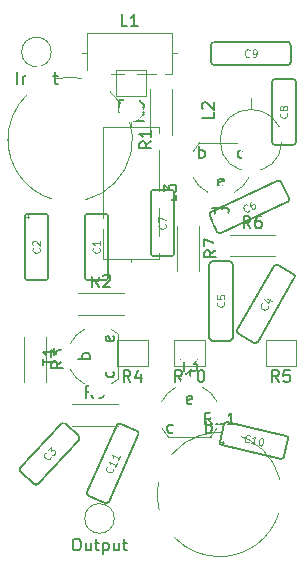
<source format=gto>
%TF.GenerationSoftware,KiCad,Pcbnew,7.0.1-0*%
%TF.CreationDate,2023-07-16T16:48:42+03:00*%
%TF.ProjectId,HC2000-Modulator,48433230-3030-42d4-9d6f-64756c61746f,rev?*%
%TF.SameCoordinates,Original*%
%TF.FileFunction,Legend,Top*%
%TF.FilePolarity,Positive*%
%FSLAX46Y46*%
G04 Gerber Fmt 4.6, Leading zero omitted, Abs format (unit mm)*
G04 Created by KiCad (PCBNEW 7.0.1-0) date 2023-07-16 16:48:42*
%MOMM*%
%LPD*%
G01*
G04 APERTURE LIST*
%ADD10C,0.150000*%
%ADD11C,0.050000*%
%ADD12C,0.120000*%
%ADD13C,0.152400*%
%ADD14C,0.076200*%
%ADD15C,2.000000*%
%ADD16O,2.000000X2.000000*%
%ADD17C,1.600000*%
%ADD18O,1.600000X1.600000*%
%ADD19R,1.500000X1.500000*%
%ADD20C,1.500000*%
%ADD21C,1.400000*%
%ADD22O,1.400000X1.400000*%
%ADD23C,1.524000*%
%ADD24C,1.800000*%
%ADD25C,2.400000*%
%ADD26O,2.400000X2.400000*%
%ADD27C,2.340000*%
G04 APERTURE END LIST*
D10*
X275510619Y-172702666D02*
X275510619Y-173178856D01*
X275510619Y-173178856D02*
X274510619Y-173178856D01*
X274510619Y-172464570D02*
X274510619Y-171845523D01*
X274510619Y-171845523D02*
X274891571Y-172178856D01*
X274891571Y-172178856D02*
X274891571Y-172035999D01*
X274891571Y-172035999D02*
X274939190Y-171940761D01*
X274939190Y-171940761D02*
X274986809Y-171893142D01*
X274986809Y-171893142D02*
X275082047Y-171845523D01*
X275082047Y-171845523D02*
X275320142Y-171845523D01*
X275320142Y-171845523D02*
X275415380Y-171893142D01*
X275415380Y-171893142D02*
X275463000Y-171940761D01*
X275463000Y-171940761D02*
X275510619Y-172035999D01*
X275510619Y-172035999D02*
X275510619Y-172321713D01*
X275510619Y-172321713D02*
X275463000Y-172416951D01*
X275463000Y-172416951D02*
X275415380Y-172464570D01*
X271384333Y-158422619D02*
X270908143Y-158422619D01*
X270908143Y-158422619D02*
X270908143Y-157422619D01*
X272241476Y-158422619D02*
X271670048Y-158422619D01*
X271955762Y-158422619D02*
X271955762Y-157422619D01*
X271955762Y-157422619D02*
X271860524Y-157565476D01*
X271860524Y-157565476D02*
X271765286Y-157660714D01*
X271765286Y-157660714D02*
X271670048Y-157708333D01*
X264196619Y-187135904D02*
X264196619Y-186564476D01*
X265196619Y-186850190D02*
X264196619Y-186850190D01*
X265196619Y-185707333D02*
X265196619Y-186278761D01*
X265196619Y-185993047D02*
X264196619Y-185993047D01*
X264196619Y-185993047D02*
X264339476Y-186088285D01*
X264339476Y-186088285D02*
X264434714Y-186183523D01*
X264434714Y-186183523D02*
X264482333Y-186278761D01*
X270188000Y-184669523D02*
X270235619Y-184764761D01*
X270235619Y-184764761D02*
X270235619Y-184955237D01*
X270235619Y-184955237D02*
X270188000Y-185050475D01*
X270188000Y-185050475D02*
X270092761Y-185098094D01*
X270092761Y-185098094D02*
X269711809Y-185098094D01*
X269711809Y-185098094D02*
X269616571Y-185050475D01*
X269616571Y-185050475D02*
X269568952Y-184955237D01*
X269568952Y-184955237D02*
X269568952Y-184764761D01*
X269568952Y-184764761D02*
X269616571Y-184669523D01*
X269616571Y-184669523D02*
X269711809Y-184621904D01*
X269711809Y-184621904D02*
X269807047Y-184621904D01*
X269807047Y-184621904D02*
X269902285Y-185098094D01*
X270188000Y-187669904D02*
X270235619Y-187765142D01*
X270235619Y-187765142D02*
X270235619Y-187955618D01*
X270235619Y-187955618D02*
X270188000Y-188050856D01*
X270188000Y-188050856D02*
X270140380Y-188098475D01*
X270140380Y-188098475D02*
X270045142Y-188146094D01*
X270045142Y-188146094D02*
X269759428Y-188146094D01*
X269759428Y-188146094D02*
X269664190Y-188098475D01*
X269664190Y-188098475D02*
X269616571Y-188050856D01*
X269616571Y-188050856D02*
X269568952Y-187955618D01*
X269568952Y-187955618D02*
X269568952Y-187765142D01*
X269568952Y-187765142D02*
X269616571Y-187669904D01*
X268203619Y-186598285D02*
X267203619Y-186598285D01*
X267584571Y-186598285D02*
X267536952Y-186503047D01*
X267536952Y-186503047D02*
X267536952Y-186312571D01*
X267536952Y-186312571D02*
X267584571Y-186217333D01*
X267584571Y-186217333D02*
X267632190Y-186169714D01*
X267632190Y-186169714D02*
X267727428Y-186122095D01*
X267727428Y-186122095D02*
X268013142Y-186122095D01*
X268013142Y-186122095D02*
X268108380Y-186169714D01*
X268108380Y-186169714D02*
X268156000Y-186217333D01*
X268156000Y-186217333D02*
X268203619Y-186312571D01*
X268203619Y-186312571D02*
X268203619Y-186503047D01*
X268203619Y-186503047D02*
X268156000Y-186598285D01*
X268971333Y-180481619D02*
X268638000Y-180005428D01*
X268399905Y-180481619D02*
X268399905Y-179481619D01*
X268399905Y-179481619D02*
X268780857Y-179481619D01*
X268780857Y-179481619D02*
X268876095Y-179529238D01*
X268876095Y-179529238D02*
X268923714Y-179576857D01*
X268923714Y-179576857D02*
X268971333Y-179672095D01*
X268971333Y-179672095D02*
X268971333Y-179814952D01*
X268971333Y-179814952D02*
X268923714Y-179910190D01*
X268923714Y-179910190D02*
X268876095Y-179957809D01*
X268876095Y-179957809D02*
X268780857Y-180005428D01*
X268780857Y-180005428D02*
X268399905Y-180005428D01*
X269352286Y-179576857D02*
X269399905Y-179529238D01*
X269399905Y-179529238D02*
X269495143Y-179481619D01*
X269495143Y-179481619D02*
X269733238Y-179481619D01*
X269733238Y-179481619D02*
X269828476Y-179529238D01*
X269828476Y-179529238D02*
X269876095Y-179576857D01*
X269876095Y-179576857D02*
X269923714Y-179672095D01*
X269923714Y-179672095D02*
X269923714Y-179767333D01*
X269923714Y-179767333D02*
X269876095Y-179910190D01*
X269876095Y-179910190D02*
X269304667Y-180481619D01*
X269304667Y-180481619D02*
X269923714Y-180481619D01*
X278886619Y-177406666D02*
X278410428Y-177739999D01*
X278886619Y-177978094D02*
X277886619Y-177978094D01*
X277886619Y-177978094D02*
X277886619Y-177597142D01*
X277886619Y-177597142D02*
X277934238Y-177501904D01*
X277934238Y-177501904D02*
X277981857Y-177454285D01*
X277981857Y-177454285D02*
X278077095Y-177406666D01*
X278077095Y-177406666D02*
X278219952Y-177406666D01*
X278219952Y-177406666D02*
X278315190Y-177454285D01*
X278315190Y-177454285D02*
X278362809Y-177501904D01*
X278362809Y-177501904D02*
X278410428Y-177597142D01*
X278410428Y-177597142D02*
X278410428Y-177978094D01*
X277886619Y-177073332D02*
X277886619Y-176406666D01*
X277886619Y-176406666D02*
X278886619Y-176835237D01*
X272760619Y-165849666D02*
X272284428Y-166182999D01*
X272760619Y-166421094D02*
X271760619Y-166421094D01*
X271760619Y-166421094D02*
X271760619Y-166040142D01*
X271760619Y-166040142D02*
X271808238Y-165944904D01*
X271808238Y-165944904D02*
X271855857Y-165897285D01*
X271855857Y-165897285D02*
X271951095Y-165849666D01*
X271951095Y-165849666D02*
X272093952Y-165849666D01*
X272093952Y-165849666D02*
X272189190Y-165897285D01*
X272189190Y-165897285D02*
X272236809Y-165944904D01*
X272236809Y-165944904D02*
X272284428Y-166040142D01*
X272284428Y-166040142D02*
X272284428Y-166421094D01*
X272189190Y-165278237D02*
X272141571Y-165373475D01*
X272141571Y-165373475D02*
X272093952Y-165421094D01*
X272093952Y-165421094D02*
X271998714Y-165468713D01*
X271998714Y-165468713D02*
X271951095Y-165468713D01*
X271951095Y-165468713D02*
X271855857Y-165421094D01*
X271855857Y-165421094D02*
X271808238Y-165373475D01*
X271808238Y-165373475D02*
X271760619Y-165278237D01*
X271760619Y-165278237D02*
X271760619Y-165087761D01*
X271760619Y-165087761D02*
X271808238Y-164992523D01*
X271808238Y-164992523D02*
X271855857Y-164944904D01*
X271855857Y-164944904D02*
X271951095Y-164897285D01*
X271951095Y-164897285D02*
X271998714Y-164897285D01*
X271998714Y-164897285D02*
X272093952Y-164944904D01*
X272093952Y-164944904D02*
X272141571Y-164992523D01*
X272141571Y-164992523D02*
X272189190Y-165087761D01*
X272189190Y-165087761D02*
X272189190Y-165278237D01*
X272189190Y-165278237D02*
X272236809Y-165373475D01*
X272236809Y-165373475D02*
X272284428Y-165421094D01*
X272284428Y-165421094D02*
X272379666Y-165468713D01*
X272379666Y-165468713D02*
X272570142Y-165468713D01*
X272570142Y-165468713D02*
X272665380Y-165421094D01*
X272665380Y-165421094D02*
X272713000Y-165373475D01*
X272713000Y-165373475D02*
X272760619Y-165278237D01*
X272760619Y-165278237D02*
X272760619Y-165087761D01*
X272760619Y-165087761D02*
X272713000Y-164992523D01*
X272713000Y-164992523D02*
X272665380Y-164944904D01*
X272665380Y-164944904D02*
X272570142Y-164897285D01*
X272570142Y-164897285D02*
X272379666Y-164897285D01*
X272379666Y-164897285D02*
X272284428Y-164944904D01*
X272284428Y-164944904D02*
X272236809Y-164992523D01*
X272236809Y-164992523D02*
X272189190Y-165087761D01*
D11*
X281697651Y-173997606D02*
X281683025Y-174037791D01*
X281683025Y-174037791D02*
X281613589Y-174103533D01*
X281613589Y-174103533D02*
X281558779Y-174129091D01*
X281558779Y-174129091D02*
X281463785Y-174140024D01*
X281463785Y-174140024D02*
X281383417Y-174110772D01*
X281383417Y-174110772D02*
X281330453Y-174068741D01*
X281330453Y-174068741D02*
X281251932Y-173971900D01*
X281251932Y-173971900D02*
X281213594Y-173889685D01*
X281213594Y-173889685D02*
X281189883Y-173767286D01*
X281189883Y-173767286D02*
X281191729Y-173699697D01*
X281191729Y-173699697D02*
X281220981Y-173619329D01*
X281220981Y-173619329D02*
X281290417Y-173553586D01*
X281290417Y-173553586D02*
X281345227Y-173528028D01*
X281345227Y-173528028D02*
X281440221Y-173517095D01*
X281440221Y-173517095D02*
X281480405Y-173531721D01*
X281948137Y-173246886D02*
X281838517Y-173298003D01*
X281838517Y-173298003D02*
X281796486Y-173350966D01*
X281796486Y-173350966D02*
X281781861Y-173391150D01*
X281781861Y-173391150D02*
X281765388Y-173498924D01*
X281765388Y-173498924D02*
X281789100Y-173621323D01*
X281789100Y-173621323D02*
X281891333Y-173840563D01*
X281891333Y-173840563D02*
X281944296Y-173882594D01*
X281944296Y-173882594D02*
X281984481Y-173897220D01*
X281984481Y-173897220D02*
X282052070Y-173899066D01*
X282052070Y-173899066D02*
X282161690Y-173847950D01*
X282161690Y-173847950D02*
X282203721Y-173794986D01*
X282203721Y-173794986D02*
X282218347Y-173754802D01*
X282218347Y-173754802D02*
X282220193Y-173687213D01*
X282220193Y-173687213D02*
X282156297Y-173550188D01*
X282156297Y-173550188D02*
X282103334Y-173508157D01*
X282103334Y-173508157D02*
X282063150Y-173493531D01*
X282063150Y-173493531D02*
X281995561Y-173491684D01*
X281995561Y-173491684D02*
X281885941Y-173542801D01*
X281885941Y-173542801D02*
X281843910Y-173595764D01*
X281843910Y-173595764D02*
X281829284Y-173635949D01*
X281829284Y-173635949D02*
X281827437Y-173703538D01*
X279531286Y-181790833D02*
X279561525Y-181821071D01*
X279561525Y-181821071D02*
X279591763Y-181911785D01*
X279591763Y-181911785D02*
X279591763Y-181972261D01*
X279591763Y-181972261D02*
X279561525Y-182062976D01*
X279561525Y-182062976D02*
X279501048Y-182123452D01*
X279501048Y-182123452D02*
X279440572Y-182153690D01*
X279440572Y-182153690D02*
X279319620Y-182183928D01*
X279319620Y-182183928D02*
X279228905Y-182183928D01*
X279228905Y-182183928D02*
X279107953Y-182153690D01*
X279107953Y-182153690D02*
X279047477Y-182123452D01*
X279047477Y-182123452D02*
X278987001Y-182062976D01*
X278987001Y-182062976D02*
X278956763Y-181972261D01*
X278956763Y-181972261D02*
X278956763Y-181911785D01*
X278956763Y-181911785D02*
X278987001Y-181821071D01*
X278987001Y-181821071D02*
X279017239Y-181790833D01*
X278956763Y-181216309D02*
X278956763Y-181518690D01*
X278956763Y-181518690D02*
X279259144Y-181548928D01*
X279259144Y-181548928D02*
X279228905Y-181518690D01*
X279228905Y-181518690D02*
X279198667Y-181458214D01*
X279198667Y-181458214D02*
X279198667Y-181307023D01*
X279198667Y-181307023D02*
X279228905Y-181246547D01*
X279228905Y-181246547D02*
X279259144Y-181216309D01*
X279259144Y-181216309D02*
X279319620Y-181186071D01*
X279319620Y-181186071D02*
X279470810Y-181186071D01*
X279470810Y-181186071D02*
X279531286Y-181216309D01*
X279531286Y-181216309D02*
X279561525Y-181246547D01*
X279561525Y-181246547D02*
X279591763Y-181307023D01*
X279591763Y-181307023D02*
X279591763Y-181458214D01*
X279591763Y-181458214D02*
X279561525Y-181518690D01*
X279561525Y-181518690D02*
X279531286Y-181548928D01*
D10*
X268463333Y-189879619D02*
X268130000Y-189403428D01*
X267891905Y-189879619D02*
X267891905Y-188879619D01*
X267891905Y-188879619D02*
X268272857Y-188879619D01*
X268272857Y-188879619D02*
X268368095Y-188927238D01*
X268368095Y-188927238D02*
X268415714Y-188974857D01*
X268415714Y-188974857D02*
X268463333Y-189070095D01*
X268463333Y-189070095D02*
X268463333Y-189212952D01*
X268463333Y-189212952D02*
X268415714Y-189308190D01*
X268415714Y-189308190D02*
X268368095Y-189355809D01*
X268368095Y-189355809D02*
X268272857Y-189403428D01*
X268272857Y-189403428D02*
X267891905Y-189403428D01*
X268939524Y-189879619D02*
X269130000Y-189879619D01*
X269130000Y-189879619D02*
X269225238Y-189832000D01*
X269225238Y-189832000D02*
X269272857Y-189784380D01*
X269272857Y-189784380D02*
X269368095Y-189641523D01*
X269368095Y-189641523D02*
X269415714Y-189451047D01*
X269415714Y-189451047D02*
X269415714Y-189070095D01*
X269415714Y-189070095D02*
X269368095Y-188974857D01*
X269368095Y-188974857D02*
X269320476Y-188927238D01*
X269320476Y-188927238D02*
X269225238Y-188879619D01*
X269225238Y-188879619D02*
X269034762Y-188879619D01*
X269034762Y-188879619D02*
X268939524Y-188927238D01*
X268939524Y-188927238D02*
X268891905Y-188974857D01*
X268891905Y-188974857D02*
X268844286Y-189070095D01*
X268844286Y-189070095D02*
X268844286Y-189308190D01*
X268844286Y-189308190D02*
X268891905Y-189403428D01*
X268891905Y-189403428D02*
X268939524Y-189451047D01*
X268939524Y-189451047D02*
X269034762Y-189498666D01*
X269034762Y-189498666D02*
X269225238Y-189498666D01*
X269225238Y-189498666D02*
X269320476Y-189451047D01*
X269320476Y-189451047D02*
X269368095Y-189403428D01*
X269368095Y-189403428D02*
X269415714Y-189308190D01*
D11*
X281732166Y-160963286D02*
X281701928Y-160993525D01*
X281701928Y-160993525D02*
X281611214Y-161023763D01*
X281611214Y-161023763D02*
X281550738Y-161023763D01*
X281550738Y-161023763D02*
X281460023Y-160993525D01*
X281460023Y-160993525D02*
X281399547Y-160933048D01*
X281399547Y-160933048D02*
X281369309Y-160872572D01*
X281369309Y-160872572D02*
X281339071Y-160751620D01*
X281339071Y-160751620D02*
X281339071Y-160660905D01*
X281339071Y-160660905D02*
X281369309Y-160539953D01*
X281369309Y-160539953D02*
X281399547Y-160479477D01*
X281399547Y-160479477D02*
X281460023Y-160419001D01*
X281460023Y-160419001D02*
X281550738Y-160388763D01*
X281550738Y-160388763D02*
X281611214Y-160388763D01*
X281611214Y-160388763D02*
X281701928Y-160419001D01*
X281701928Y-160419001D02*
X281732166Y-160449239D01*
X282034547Y-161023763D02*
X282155499Y-161023763D01*
X282155499Y-161023763D02*
X282215976Y-160993525D01*
X282215976Y-160993525D02*
X282246214Y-160963286D01*
X282246214Y-160963286D02*
X282306690Y-160872572D01*
X282306690Y-160872572D02*
X282336928Y-160751620D01*
X282336928Y-160751620D02*
X282336928Y-160509715D01*
X282336928Y-160509715D02*
X282306690Y-160449239D01*
X282306690Y-160449239D02*
X282276452Y-160419001D01*
X282276452Y-160419001D02*
X282215976Y-160388763D01*
X282215976Y-160388763D02*
X282095023Y-160388763D01*
X282095023Y-160388763D02*
X282034547Y-160419001D01*
X282034547Y-160419001D02*
X282004309Y-160449239D01*
X282004309Y-160449239D02*
X281974071Y-160509715D01*
X281974071Y-160509715D02*
X281974071Y-160660905D01*
X281974071Y-160660905D02*
X282004309Y-160721382D01*
X282004309Y-160721382D02*
X282034547Y-160751620D01*
X282034547Y-160751620D02*
X282095023Y-160781858D01*
X282095023Y-160781858D02*
X282215976Y-160781858D01*
X282215976Y-160781858D02*
X282276452Y-160751620D01*
X282276452Y-160751620D02*
X282306690Y-160721382D01*
X282306690Y-160721382D02*
X282336928Y-160660905D01*
X284865286Y-165788833D02*
X284895525Y-165819071D01*
X284895525Y-165819071D02*
X284925763Y-165909785D01*
X284925763Y-165909785D02*
X284925763Y-165970261D01*
X284925763Y-165970261D02*
X284895525Y-166060976D01*
X284895525Y-166060976D02*
X284835048Y-166121452D01*
X284835048Y-166121452D02*
X284774572Y-166151690D01*
X284774572Y-166151690D02*
X284653620Y-166181928D01*
X284653620Y-166181928D02*
X284562905Y-166181928D01*
X284562905Y-166181928D02*
X284441953Y-166151690D01*
X284441953Y-166151690D02*
X284381477Y-166121452D01*
X284381477Y-166121452D02*
X284321001Y-166060976D01*
X284321001Y-166060976D02*
X284290763Y-165970261D01*
X284290763Y-165970261D02*
X284290763Y-165909785D01*
X284290763Y-165909785D02*
X284321001Y-165819071D01*
X284321001Y-165819071D02*
X284351239Y-165788833D01*
X284562905Y-165425976D02*
X284532667Y-165486452D01*
X284532667Y-165486452D02*
X284502429Y-165516690D01*
X284502429Y-165516690D02*
X284441953Y-165546928D01*
X284441953Y-165546928D02*
X284411715Y-165546928D01*
X284411715Y-165546928D02*
X284351239Y-165516690D01*
X284351239Y-165516690D02*
X284321001Y-165486452D01*
X284321001Y-165486452D02*
X284290763Y-165425976D01*
X284290763Y-165425976D02*
X284290763Y-165305023D01*
X284290763Y-165305023D02*
X284321001Y-165244547D01*
X284321001Y-165244547D02*
X284351239Y-165214309D01*
X284351239Y-165214309D02*
X284411715Y-165184071D01*
X284411715Y-165184071D02*
X284441953Y-165184071D01*
X284441953Y-165184071D02*
X284502429Y-165214309D01*
X284502429Y-165214309D02*
X284532667Y-165244547D01*
X284532667Y-165244547D02*
X284562905Y-165305023D01*
X284562905Y-165305023D02*
X284562905Y-165425976D01*
X284562905Y-165425976D02*
X284593144Y-165486452D01*
X284593144Y-165486452D02*
X284623382Y-165516690D01*
X284623382Y-165516690D02*
X284683858Y-165546928D01*
X284683858Y-165546928D02*
X284804810Y-165546928D01*
X284804810Y-165546928D02*
X284865286Y-165516690D01*
X284865286Y-165516690D02*
X284895525Y-165486452D01*
X284895525Y-165486452D02*
X284925763Y-165425976D01*
X284925763Y-165425976D02*
X284925763Y-165305023D01*
X284925763Y-165305023D02*
X284895525Y-165244547D01*
X284895525Y-165244547D02*
X284865286Y-165214309D01*
X284865286Y-165214309D02*
X284804810Y-165184071D01*
X284804810Y-165184071D02*
X284683858Y-165184071D01*
X284683858Y-165184071D02*
X284623382Y-165214309D01*
X284623382Y-165214309D02*
X284593144Y-165244547D01*
X284593144Y-165244547D02*
X284562905Y-165305023D01*
D10*
X284211333Y-188542619D02*
X283878000Y-188066428D01*
X283639905Y-188542619D02*
X283639905Y-187542619D01*
X283639905Y-187542619D02*
X284020857Y-187542619D01*
X284020857Y-187542619D02*
X284116095Y-187590238D01*
X284116095Y-187590238D02*
X284163714Y-187637857D01*
X284163714Y-187637857D02*
X284211333Y-187733095D01*
X284211333Y-187733095D02*
X284211333Y-187875952D01*
X284211333Y-187875952D02*
X284163714Y-187971190D01*
X284163714Y-187971190D02*
X284116095Y-188018809D01*
X284116095Y-188018809D02*
X284020857Y-188066428D01*
X284020857Y-188066428D02*
X283639905Y-188066428D01*
X285116095Y-187542619D02*
X284639905Y-187542619D01*
X284639905Y-187542619D02*
X284592286Y-188018809D01*
X284592286Y-188018809D02*
X284639905Y-187971190D01*
X284639905Y-187971190D02*
X284735143Y-187923571D01*
X284735143Y-187923571D02*
X284973238Y-187923571D01*
X284973238Y-187923571D02*
X285068476Y-187971190D01*
X285068476Y-187971190D02*
X285116095Y-188018809D01*
X285116095Y-188018809D02*
X285163714Y-188114047D01*
X285163714Y-188114047D02*
X285163714Y-188352142D01*
X285163714Y-188352142D02*
X285116095Y-188447380D01*
X285116095Y-188447380D02*
X285068476Y-188495000D01*
X285068476Y-188495000D02*
X284973238Y-188542619D01*
X284973238Y-188542619D02*
X284735143Y-188542619D01*
X284735143Y-188542619D02*
X284639905Y-188495000D01*
X284639905Y-188495000D02*
X284592286Y-188447380D01*
X278526095Y-173780619D02*
X279097523Y-173780619D01*
X278811809Y-174780619D02*
X278811809Y-173780619D01*
X279383238Y-173875857D02*
X279430857Y-173828238D01*
X279430857Y-173828238D02*
X279526095Y-173780619D01*
X279526095Y-173780619D02*
X279764190Y-173780619D01*
X279764190Y-173780619D02*
X279859428Y-173828238D01*
X279859428Y-173828238D02*
X279907047Y-173875857D01*
X279907047Y-173875857D02*
X279954666Y-173971095D01*
X279954666Y-173971095D02*
X279954666Y-174066333D01*
X279954666Y-174066333D02*
X279907047Y-174209190D01*
X279907047Y-174209190D02*
X279335619Y-174780619D01*
X279335619Y-174780619D02*
X279954666Y-174780619D01*
X279488476Y-171940000D02*
X279393238Y-171987619D01*
X279393238Y-171987619D02*
X279202762Y-171987619D01*
X279202762Y-171987619D02*
X279107524Y-171940000D01*
X279107524Y-171940000D02*
X279059905Y-171844761D01*
X279059905Y-171844761D02*
X279059905Y-171463809D01*
X279059905Y-171463809D02*
X279107524Y-171368571D01*
X279107524Y-171368571D02*
X279202762Y-171320952D01*
X279202762Y-171320952D02*
X279393238Y-171320952D01*
X279393238Y-171320952D02*
X279488476Y-171368571D01*
X279488476Y-171368571D02*
X279536095Y-171463809D01*
X279536095Y-171463809D02*
X279536095Y-171559047D01*
X279536095Y-171559047D02*
X279059905Y-171654285D01*
X281187095Y-169527000D02*
X281091857Y-169574619D01*
X281091857Y-169574619D02*
X280901381Y-169574619D01*
X280901381Y-169574619D02*
X280806143Y-169527000D01*
X280806143Y-169527000D02*
X280758524Y-169479380D01*
X280758524Y-169479380D02*
X280710905Y-169384142D01*
X280710905Y-169384142D02*
X280710905Y-169098428D01*
X280710905Y-169098428D02*
X280758524Y-169003190D01*
X280758524Y-169003190D02*
X280806143Y-168955571D01*
X280806143Y-168955571D02*
X280901381Y-168907952D01*
X280901381Y-168907952D02*
X281091857Y-168907952D01*
X281091857Y-168907952D02*
X281187095Y-168955571D01*
X277432714Y-169574619D02*
X277432714Y-168574619D01*
X277432714Y-168955571D02*
X277527952Y-168907952D01*
X277527952Y-168907952D02*
X277718428Y-168907952D01*
X277718428Y-168907952D02*
X277813666Y-168955571D01*
X277813666Y-168955571D02*
X277861285Y-169003190D01*
X277861285Y-169003190D02*
X277908904Y-169098428D01*
X277908904Y-169098428D02*
X277908904Y-169384142D01*
X277908904Y-169384142D02*
X277861285Y-169479380D01*
X277861285Y-169479380D02*
X277813666Y-169527000D01*
X277813666Y-169527000D02*
X277718428Y-169574619D01*
X277718428Y-169574619D02*
X277527952Y-169574619D01*
X277527952Y-169574619D02*
X277432714Y-169527000D01*
X275988142Y-188542619D02*
X275654809Y-188066428D01*
X275416714Y-188542619D02*
X275416714Y-187542619D01*
X275416714Y-187542619D02*
X275797666Y-187542619D01*
X275797666Y-187542619D02*
X275892904Y-187590238D01*
X275892904Y-187590238D02*
X275940523Y-187637857D01*
X275940523Y-187637857D02*
X275988142Y-187733095D01*
X275988142Y-187733095D02*
X275988142Y-187875952D01*
X275988142Y-187875952D02*
X275940523Y-187971190D01*
X275940523Y-187971190D02*
X275892904Y-188018809D01*
X275892904Y-188018809D02*
X275797666Y-188066428D01*
X275797666Y-188066428D02*
X275416714Y-188066428D01*
X276940523Y-188542619D02*
X276369095Y-188542619D01*
X276654809Y-188542619D02*
X276654809Y-187542619D01*
X276654809Y-187542619D02*
X276559571Y-187685476D01*
X276559571Y-187685476D02*
X276464333Y-187780714D01*
X276464333Y-187780714D02*
X276369095Y-187828333D01*
X277559571Y-187542619D02*
X277654809Y-187542619D01*
X277654809Y-187542619D02*
X277750047Y-187590238D01*
X277750047Y-187590238D02*
X277797666Y-187637857D01*
X277797666Y-187637857D02*
X277845285Y-187733095D01*
X277845285Y-187733095D02*
X277892904Y-187923571D01*
X277892904Y-187923571D02*
X277892904Y-188161666D01*
X277892904Y-188161666D02*
X277845285Y-188352142D01*
X277845285Y-188352142D02*
X277797666Y-188447380D01*
X277797666Y-188447380D02*
X277750047Y-188495000D01*
X277750047Y-188495000D02*
X277654809Y-188542619D01*
X277654809Y-188542619D02*
X277559571Y-188542619D01*
X277559571Y-188542619D02*
X277464333Y-188495000D01*
X277464333Y-188495000D02*
X277416714Y-188447380D01*
X277416714Y-188447380D02*
X277369095Y-188352142D01*
X277369095Y-188352142D02*
X277321476Y-188161666D01*
X277321476Y-188161666D02*
X277321476Y-187923571D01*
X277321476Y-187923571D02*
X277369095Y-187733095D01*
X277369095Y-187733095D02*
X277416714Y-187637857D01*
X277416714Y-187637857D02*
X277464333Y-187590238D01*
X277464333Y-187590238D02*
X277559571Y-187542619D01*
D11*
X274578286Y-175186833D02*
X274608525Y-175217071D01*
X274608525Y-175217071D02*
X274638763Y-175307785D01*
X274638763Y-175307785D02*
X274638763Y-175368261D01*
X274638763Y-175368261D02*
X274608525Y-175458976D01*
X274608525Y-175458976D02*
X274548048Y-175519452D01*
X274548048Y-175519452D02*
X274487572Y-175549690D01*
X274487572Y-175549690D02*
X274366620Y-175579928D01*
X274366620Y-175579928D02*
X274275905Y-175579928D01*
X274275905Y-175579928D02*
X274154953Y-175549690D01*
X274154953Y-175549690D02*
X274094477Y-175519452D01*
X274094477Y-175519452D02*
X274034001Y-175458976D01*
X274034001Y-175458976D02*
X274003763Y-175368261D01*
X274003763Y-175368261D02*
X274003763Y-175307785D01*
X274003763Y-175307785D02*
X274034001Y-175217071D01*
X274034001Y-175217071D02*
X274064239Y-175186833D01*
X274003763Y-174975166D02*
X274003763Y-174551833D01*
X274003763Y-174551833D02*
X274638763Y-174823976D01*
D10*
X278680619Y-165722666D02*
X278680619Y-166198856D01*
X278680619Y-166198856D02*
X277680619Y-166198856D01*
X277775857Y-165436951D02*
X277728238Y-165389332D01*
X277728238Y-165389332D02*
X277680619Y-165294094D01*
X277680619Y-165294094D02*
X277680619Y-165055999D01*
X277680619Y-165055999D02*
X277728238Y-164960761D01*
X277728238Y-164960761D02*
X277775857Y-164913142D01*
X277775857Y-164913142D02*
X277871095Y-164865523D01*
X277871095Y-164865523D02*
X277966333Y-164865523D01*
X277966333Y-164865523D02*
X278109190Y-164913142D01*
X278109190Y-164913142D02*
X278680619Y-165484570D01*
X278680619Y-165484570D02*
X278680619Y-164865523D01*
X262034143Y-163315619D02*
X262034143Y-162315619D01*
X262510333Y-162648952D02*
X262510333Y-163315619D01*
X262510333Y-162744190D02*
X262557952Y-162696571D01*
X262557952Y-162696571D02*
X262653190Y-162648952D01*
X262653190Y-162648952D02*
X262796047Y-162648952D01*
X262796047Y-162648952D02*
X262891285Y-162696571D01*
X262891285Y-162696571D02*
X262938904Y-162791809D01*
X262938904Y-162791809D02*
X262938904Y-163315619D01*
X263415095Y-162648952D02*
X263415095Y-163648952D01*
X263415095Y-162696571D02*
X263510333Y-162648952D01*
X263510333Y-162648952D02*
X263700809Y-162648952D01*
X263700809Y-162648952D02*
X263796047Y-162696571D01*
X263796047Y-162696571D02*
X263843666Y-162744190D01*
X263843666Y-162744190D02*
X263891285Y-162839428D01*
X263891285Y-162839428D02*
X263891285Y-163125142D01*
X263891285Y-163125142D02*
X263843666Y-163220380D01*
X263843666Y-163220380D02*
X263796047Y-163268000D01*
X263796047Y-163268000D02*
X263700809Y-163315619D01*
X263700809Y-163315619D02*
X263510333Y-163315619D01*
X263510333Y-163315619D02*
X263415095Y-163268000D01*
X264748428Y-162648952D02*
X264748428Y-163315619D01*
X264319857Y-162648952D02*
X264319857Y-163172761D01*
X264319857Y-163172761D02*
X264367476Y-163268000D01*
X264367476Y-163268000D02*
X264462714Y-163315619D01*
X264462714Y-163315619D02*
X264605571Y-163315619D01*
X264605571Y-163315619D02*
X264700809Y-163268000D01*
X264700809Y-163268000D02*
X264748428Y-163220380D01*
X265081762Y-162648952D02*
X265462714Y-162648952D01*
X265224619Y-162315619D02*
X265224619Y-163172761D01*
X265224619Y-163172761D02*
X265272238Y-163268000D01*
X265272238Y-163268000D02*
X265367476Y-163315619D01*
X265367476Y-163315619D02*
X265462714Y-163315619D01*
X271638333Y-188542619D02*
X271305000Y-188066428D01*
X271066905Y-188542619D02*
X271066905Y-187542619D01*
X271066905Y-187542619D02*
X271447857Y-187542619D01*
X271447857Y-187542619D02*
X271543095Y-187590238D01*
X271543095Y-187590238D02*
X271590714Y-187637857D01*
X271590714Y-187637857D02*
X271638333Y-187733095D01*
X271638333Y-187733095D02*
X271638333Y-187875952D01*
X271638333Y-187875952D02*
X271590714Y-187971190D01*
X271590714Y-187971190D02*
X271543095Y-188018809D01*
X271543095Y-188018809D02*
X271447857Y-188066428D01*
X271447857Y-188066428D02*
X271066905Y-188066428D01*
X272495476Y-187875952D02*
X272495476Y-188542619D01*
X272257381Y-187495000D02*
X272019286Y-188209285D01*
X272019286Y-188209285D02*
X272638333Y-188209285D01*
D11*
X283257115Y-182147297D02*
X283268183Y-182188603D01*
X283268183Y-182188603D02*
X283249013Y-182282283D01*
X283249013Y-182282283D02*
X283218775Y-182334657D01*
X283218775Y-182334657D02*
X283147231Y-182398099D01*
X283147231Y-182398099D02*
X283064619Y-182420235D01*
X283064619Y-182420235D02*
X282997126Y-182416184D01*
X282997126Y-182416184D02*
X282877259Y-182381894D01*
X282877259Y-182381894D02*
X282798698Y-182336537D01*
X282798698Y-182336537D02*
X282709069Y-182249874D01*
X282709069Y-182249874D02*
X282671814Y-182193449D01*
X282671814Y-182193449D02*
X282649679Y-182110837D01*
X282649679Y-182110837D02*
X282668849Y-182017157D01*
X282668849Y-182017157D02*
X282699087Y-181964783D01*
X282699087Y-181964783D02*
X282770631Y-181901341D01*
X282770631Y-181901341D02*
X282811937Y-181890274D01*
X283215015Y-181494504D02*
X283581632Y-181706170D01*
X282929924Y-181504486D02*
X283247133Y-181862206D01*
X283247133Y-181862206D02*
X283443680Y-181521776D01*
X268990286Y-177218833D02*
X269020525Y-177249071D01*
X269020525Y-177249071D02*
X269050763Y-177339785D01*
X269050763Y-177339785D02*
X269050763Y-177400261D01*
X269050763Y-177400261D02*
X269020525Y-177490976D01*
X269020525Y-177490976D02*
X268960048Y-177551452D01*
X268960048Y-177551452D02*
X268899572Y-177581690D01*
X268899572Y-177581690D02*
X268778620Y-177611928D01*
X268778620Y-177611928D02*
X268687905Y-177611928D01*
X268687905Y-177611928D02*
X268566953Y-177581690D01*
X268566953Y-177581690D02*
X268506477Y-177551452D01*
X268506477Y-177551452D02*
X268446001Y-177490976D01*
X268446001Y-177490976D02*
X268415763Y-177400261D01*
X268415763Y-177400261D02*
X268415763Y-177339785D01*
X268415763Y-177339785D02*
X268446001Y-177249071D01*
X268446001Y-177249071D02*
X268476239Y-177218833D01*
X269050763Y-176614071D02*
X269050763Y-176976928D01*
X269050763Y-176795500D02*
X268415763Y-176795500D01*
X268415763Y-176795500D02*
X268506477Y-176855976D01*
X268506477Y-176855976D02*
X268566953Y-176916452D01*
X268566953Y-176916452D02*
X268597191Y-176976928D01*
D10*
X275879095Y-186617619D02*
X276450523Y-186617619D01*
X276164809Y-187617619D02*
X276164809Y-186617619D01*
X276688619Y-186617619D02*
X277307666Y-186617619D01*
X277307666Y-186617619D02*
X276974333Y-186998571D01*
X276974333Y-186998571D02*
X277117190Y-186998571D01*
X277117190Y-186998571D02*
X277212428Y-187046190D01*
X277212428Y-187046190D02*
X277260047Y-187093809D01*
X277260047Y-187093809D02*
X277307666Y-187189047D01*
X277307666Y-187189047D02*
X277307666Y-187427142D01*
X277307666Y-187427142D02*
X277260047Y-187522380D01*
X277260047Y-187522380D02*
X277212428Y-187570000D01*
X277212428Y-187570000D02*
X277117190Y-187617619D01*
X277117190Y-187617619D02*
X276831476Y-187617619D01*
X276831476Y-187617619D02*
X276736238Y-187570000D01*
X276736238Y-187570000D02*
X276688619Y-187522380D01*
X276821476Y-190363000D02*
X276726238Y-190410619D01*
X276726238Y-190410619D02*
X276535762Y-190410619D01*
X276535762Y-190410619D02*
X276440524Y-190363000D01*
X276440524Y-190363000D02*
X276392905Y-190267761D01*
X276392905Y-190267761D02*
X276392905Y-189886809D01*
X276392905Y-189886809D02*
X276440524Y-189791571D01*
X276440524Y-189791571D02*
X276535762Y-189743952D01*
X276535762Y-189743952D02*
X276726238Y-189743952D01*
X276726238Y-189743952D02*
X276821476Y-189791571D01*
X276821476Y-189791571D02*
X276869095Y-189886809D01*
X276869095Y-189886809D02*
X276869095Y-189982047D01*
X276869095Y-189982047D02*
X276392905Y-190077285D01*
X278067714Y-192823619D02*
X278067714Y-191823619D01*
X278067714Y-192204571D02*
X278162952Y-192156952D01*
X278162952Y-192156952D02*
X278353428Y-192156952D01*
X278353428Y-192156952D02*
X278448666Y-192204571D01*
X278448666Y-192204571D02*
X278496285Y-192252190D01*
X278496285Y-192252190D02*
X278543904Y-192347428D01*
X278543904Y-192347428D02*
X278543904Y-192633142D01*
X278543904Y-192633142D02*
X278496285Y-192728380D01*
X278496285Y-192728380D02*
X278448666Y-192776000D01*
X278448666Y-192776000D02*
X278353428Y-192823619D01*
X278353428Y-192823619D02*
X278162952Y-192823619D01*
X278162952Y-192823619D02*
X278067714Y-192776000D01*
X275218095Y-192776000D02*
X275122857Y-192823619D01*
X275122857Y-192823619D02*
X274932381Y-192823619D01*
X274932381Y-192823619D02*
X274837143Y-192776000D01*
X274837143Y-192776000D02*
X274789524Y-192728380D01*
X274789524Y-192728380D02*
X274741905Y-192633142D01*
X274741905Y-192633142D02*
X274741905Y-192347428D01*
X274741905Y-192347428D02*
X274789524Y-192252190D01*
X274789524Y-192252190D02*
X274837143Y-192204571D01*
X274837143Y-192204571D02*
X274932381Y-192156952D01*
X274932381Y-192156952D02*
X275122857Y-192156952D01*
X275122857Y-192156952D02*
X275218095Y-192204571D01*
D11*
X263910286Y-177218833D02*
X263940525Y-177249071D01*
X263940525Y-177249071D02*
X263970763Y-177339785D01*
X263970763Y-177339785D02*
X263970763Y-177400261D01*
X263970763Y-177400261D02*
X263940525Y-177490976D01*
X263940525Y-177490976D02*
X263880048Y-177551452D01*
X263880048Y-177551452D02*
X263819572Y-177581690D01*
X263819572Y-177581690D02*
X263698620Y-177611928D01*
X263698620Y-177611928D02*
X263607905Y-177611928D01*
X263607905Y-177611928D02*
X263486953Y-177581690D01*
X263486953Y-177581690D02*
X263426477Y-177551452D01*
X263426477Y-177551452D02*
X263366001Y-177490976D01*
X263366001Y-177490976D02*
X263335763Y-177400261D01*
X263335763Y-177400261D02*
X263335763Y-177339785D01*
X263335763Y-177339785D02*
X263366001Y-177249071D01*
X263366001Y-177249071D02*
X263396239Y-177218833D01*
X263396239Y-176976928D02*
X263366001Y-176946690D01*
X263366001Y-176946690D02*
X263335763Y-176886214D01*
X263335763Y-176886214D02*
X263335763Y-176735023D01*
X263335763Y-176735023D02*
X263366001Y-176674547D01*
X263366001Y-176674547D02*
X263396239Y-176644309D01*
X263396239Y-176644309D02*
X263456715Y-176614071D01*
X263456715Y-176614071D02*
X263517191Y-176614071D01*
X263517191Y-176614071D02*
X263607905Y-176644309D01*
X263607905Y-176644309D02*
X263970763Y-177007166D01*
X263970763Y-177007166D02*
X263970763Y-176614071D01*
X270183971Y-195903213D02*
X270199296Y-195943136D01*
X270199296Y-195943136D02*
X270190023Y-196038307D01*
X270190023Y-196038307D02*
X270165425Y-196093554D01*
X270165425Y-196093554D02*
X270100904Y-196164127D01*
X270100904Y-196164127D02*
X270021059Y-196194777D01*
X270021059Y-196194777D02*
X269953512Y-196197803D01*
X269953512Y-196197803D02*
X269830718Y-196176231D01*
X269830718Y-196176231D02*
X269747846Y-196139334D01*
X269747846Y-196139334D02*
X269649649Y-196062515D01*
X269649649Y-196062515D02*
X269606701Y-196010293D01*
X269606701Y-196010293D02*
X269576051Y-195930447D01*
X269576051Y-195930447D02*
X269585324Y-195835277D01*
X269585324Y-195835277D02*
X269609922Y-195780029D01*
X269609922Y-195780029D02*
X269674442Y-195709456D01*
X269674442Y-195709456D02*
X269714365Y-195694131D01*
X270485198Y-195375334D02*
X270337610Y-195706820D01*
X270411404Y-195541077D02*
X269831303Y-195282799D01*
X269831303Y-195282799D02*
X269889576Y-195374944D01*
X269889576Y-195374944D02*
X269920226Y-195454789D01*
X269920226Y-195454789D02*
X269923252Y-195522336D01*
X270731176Y-194822856D02*
X270583589Y-195154343D01*
X270657383Y-194988599D02*
X270077281Y-194730322D01*
X270077281Y-194730322D02*
X270135555Y-194822466D01*
X270135555Y-194822466D02*
X270166205Y-194902312D01*
X270166205Y-194902312D02*
X270169231Y-194969858D01*
D10*
X271225618Y-165682619D02*
X270892285Y-165206428D01*
X270654190Y-165682619D02*
X270654190Y-164682619D01*
X270654190Y-164682619D02*
X271035142Y-164682619D01*
X271035142Y-164682619D02*
X271130380Y-164730238D01*
X271130380Y-164730238D02*
X271177999Y-164777857D01*
X271177999Y-164777857D02*
X271225618Y-164873095D01*
X271225618Y-164873095D02*
X271225618Y-165015952D01*
X271225618Y-165015952D02*
X271177999Y-165111190D01*
X271177999Y-165111190D02*
X271130380Y-165158809D01*
X271130380Y-165158809D02*
X271035142Y-165206428D01*
X271035142Y-165206428D02*
X270654190Y-165206428D01*
X271511333Y-165015952D02*
X271892285Y-165015952D01*
X271654190Y-165682619D02*
X271654190Y-164825476D01*
X271654190Y-164825476D02*
X271701809Y-164730238D01*
X271701809Y-164730238D02*
X271797047Y-164682619D01*
X271797047Y-164682619D02*
X271892285Y-164682619D01*
X272749428Y-165682619D02*
X272178000Y-165682619D01*
X272463714Y-165682619D02*
X272463714Y-164682619D01*
X272463714Y-164682619D02*
X272368476Y-164825476D01*
X272368476Y-164825476D02*
X272273238Y-164920714D01*
X272273238Y-164920714D02*
X272178000Y-164968333D01*
D11*
X264889230Y-194871731D02*
X264890722Y-194914468D01*
X264890722Y-194914468D02*
X264850970Y-195001435D01*
X264850970Y-195001435D02*
X264809725Y-195045665D01*
X264809725Y-195045665D02*
X264725743Y-195091386D01*
X264725743Y-195091386D02*
X264640269Y-195094371D01*
X264640269Y-195094371D02*
X264575417Y-195075241D01*
X264575417Y-195075241D02*
X264466336Y-195014867D01*
X264466336Y-195014867D02*
X264399992Y-194953000D01*
X264399992Y-194953000D02*
X264332155Y-194848396D01*
X264332155Y-194848396D02*
X264308548Y-194785036D01*
X264308548Y-194785036D02*
X264305563Y-194699562D01*
X264305563Y-194699562D02*
X264345315Y-194612596D01*
X264345315Y-194612596D02*
X264386560Y-194568366D01*
X264386560Y-194568366D02*
X264470542Y-194522644D01*
X264470542Y-194522644D02*
X264513279Y-194521152D01*
X264613406Y-194325104D02*
X264881496Y-194037612D01*
X264881496Y-194037612D02*
X264914058Y-194357394D01*
X264914058Y-194357394D02*
X264975925Y-194291050D01*
X264975925Y-194291050D02*
X265039284Y-194267443D01*
X265039284Y-194267443D02*
X265082021Y-194265950D01*
X265082021Y-194265950D02*
X265146873Y-194285080D01*
X265146873Y-194285080D02*
X265257447Y-194388192D01*
X265257447Y-194388192D02*
X265281054Y-194451551D01*
X265281054Y-194451551D02*
X265282546Y-194494288D01*
X265282546Y-194494288D02*
X265263416Y-194559140D01*
X265263416Y-194559140D02*
X265139682Y-194691829D01*
X265139682Y-194691829D02*
X265076323Y-194715436D01*
X265076323Y-194715436D02*
X265033586Y-194716928D01*
D10*
X281798333Y-175528619D02*
X281465000Y-175052428D01*
X281226905Y-175528619D02*
X281226905Y-174528619D01*
X281226905Y-174528619D02*
X281607857Y-174528619D01*
X281607857Y-174528619D02*
X281703095Y-174576238D01*
X281703095Y-174576238D02*
X281750714Y-174623857D01*
X281750714Y-174623857D02*
X281798333Y-174719095D01*
X281798333Y-174719095D02*
X281798333Y-174861952D01*
X281798333Y-174861952D02*
X281750714Y-174957190D01*
X281750714Y-174957190D02*
X281703095Y-175004809D01*
X281703095Y-175004809D02*
X281607857Y-175052428D01*
X281607857Y-175052428D02*
X281226905Y-175052428D01*
X282655476Y-174528619D02*
X282465000Y-174528619D01*
X282465000Y-174528619D02*
X282369762Y-174576238D01*
X282369762Y-174576238D02*
X282322143Y-174623857D01*
X282322143Y-174623857D02*
X282226905Y-174766714D01*
X282226905Y-174766714D02*
X282179286Y-174957190D01*
X282179286Y-174957190D02*
X282179286Y-175338142D01*
X282179286Y-175338142D02*
X282226905Y-175433380D01*
X282226905Y-175433380D02*
X282274524Y-175481000D01*
X282274524Y-175481000D02*
X282369762Y-175528619D01*
X282369762Y-175528619D02*
X282560238Y-175528619D01*
X282560238Y-175528619D02*
X282655476Y-175481000D01*
X282655476Y-175481000D02*
X282703095Y-175433380D01*
X282703095Y-175433380D02*
X282750714Y-175338142D01*
X282750714Y-175338142D02*
X282750714Y-175100047D01*
X282750714Y-175100047D02*
X282703095Y-175004809D01*
X282703095Y-175004809D02*
X282655476Y-174957190D01*
X282655476Y-174957190D02*
X282560238Y-174909571D01*
X282560238Y-174909571D02*
X282369762Y-174909571D01*
X282369762Y-174909571D02*
X282274524Y-174957190D01*
X282274524Y-174957190D02*
X282226905Y-175004809D01*
X282226905Y-175004809D02*
X282179286Y-175100047D01*
X266987190Y-201812619D02*
X267177666Y-201812619D01*
X267177666Y-201812619D02*
X267272904Y-201860238D01*
X267272904Y-201860238D02*
X267368142Y-201955476D01*
X267368142Y-201955476D02*
X267415761Y-202145952D01*
X267415761Y-202145952D02*
X267415761Y-202479285D01*
X267415761Y-202479285D02*
X267368142Y-202669761D01*
X267368142Y-202669761D02*
X267272904Y-202765000D01*
X267272904Y-202765000D02*
X267177666Y-202812619D01*
X267177666Y-202812619D02*
X266987190Y-202812619D01*
X266987190Y-202812619D02*
X266891952Y-202765000D01*
X266891952Y-202765000D02*
X266796714Y-202669761D01*
X266796714Y-202669761D02*
X266749095Y-202479285D01*
X266749095Y-202479285D02*
X266749095Y-202145952D01*
X266749095Y-202145952D02*
X266796714Y-201955476D01*
X266796714Y-201955476D02*
X266891952Y-201860238D01*
X266891952Y-201860238D02*
X266987190Y-201812619D01*
X268272904Y-202145952D02*
X268272904Y-202812619D01*
X267844333Y-202145952D02*
X267844333Y-202669761D01*
X267844333Y-202669761D02*
X267891952Y-202765000D01*
X267891952Y-202765000D02*
X267987190Y-202812619D01*
X267987190Y-202812619D02*
X268130047Y-202812619D01*
X268130047Y-202812619D02*
X268225285Y-202765000D01*
X268225285Y-202765000D02*
X268272904Y-202717380D01*
X268606238Y-202145952D02*
X268987190Y-202145952D01*
X268749095Y-201812619D02*
X268749095Y-202669761D01*
X268749095Y-202669761D02*
X268796714Y-202765000D01*
X268796714Y-202765000D02*
X268891952Y-202812619D01*
X268891952Y-202812619D02*
X268987190Y-202812619D01*
X269320524Y-202145952D02*
X269320524Y-203145952D01*
X269320524Y-202193571D02*
X269415762Y-202145952D01*
X269415762Y-202145952D02*
X269606238Y-202145952D01*
X269606238Y-202145952D02*
X269701476Y-202193571D01*
X269701476Y-202193571D02*
X269749095Y-202241190D01*
X269749095Y-202241190D02*
X269796714Y-202336428D01*
X269796714Y-202336428D02*
X269796714Y-202622142D01*
X269796714Y-202622142D02*
X269749095Y-202717380D01*
X269749095Y-202717380D02*
X269701476Y-202765000D01*
X269701476Y-202765000D02*
X269606238Y-202812619D01*
X269606238Y-202812619D02*
X269415762Y-202812619D01*
X269415762Y-202812619D02*
X269320524Y-202765000D01*
X270653857Y-202145952D02*
X270653857Y-202812619D01*
X270225286Y-202145952D02*
X270225286Y-202669761D01*
X270225286Y-202669761D02*
X270272905Y-202765000D01*
X270272905Y-202765000D02*
X270368143Y-202812619D01*
X270368143Y-202812619D02*
X270511000Y-202812619D01*
X270511000Y-202812619D02*
X270606238Y-202765000D01*
X270606238Y-202765000D02*
X270653857Y-202717380D01*
X270987191Y-202145952D02*
X271368143Y-202145952D01*
X271130048Y-201812619D02*
X271130048Y-202669761D01*
X271130048Y-202669761D02*
X271177667Y-202765000D01*
X271177667Y-202765000D02*
X271272905Y-202812619D01*
X271272905Y-202812619D02*
X271368143Y-202812619D01*
X265932619Y-186804666D02*
X265456428Y-187137999D01*
X265932619Y-187376094D02*
X264932619Y-187376094D01*
X264932619Y-187376094D02*
X264932619Y-186995142D01*
X264932619Y-186995142D02*
X264980238Y-186899904D01*
X264980238Y-186899904D02*
X265027857Y-186852285D01*
X265027857Y-186852285D02*
X265123095Y-186804666D01*
X265123095Y-186804666D02*
X265265952Y-186804666D01*
X265265952Y-186804666D02*
X265361190Y-186852285D01*
X265361190Y-186852285D02*
X265408809Y-186899904D01*
X265408809Y-186899904D02*
X265456428Y-186995142D01*
X265456428Y-186995142D02*
X265456428Y-187376094D01*
X264932619Y-186471332D02*
X264932619Y-185852285D01*
X264932619Y-185852285D02*
X265313571Y-186185618D01*
X265313571Y-186185618D02*
X265313571Y-186042761D01*
X265313571Y-186042761D02*
X265361190Y-185947523D01*
X265361190Y-185947523D02*
X265408809Y-185899904D01*
X265408809Y-185899904D02*
X265504047Y-185852285D01*
X265504047Y-185852285D02*
X265742142Y-185852285D01*
X265742142Y-185852285D02*
X265837380Y-185899904D01*
X265837380Y-185899904D02*
X265885000Y-185947523D01*
X265885000Y-185947523D02*
X265932619Y-186042761D01*
X265932619Y-186042761D02*
X265932619Y-186328475D01*
X265932619Y-186328475D02*
X265885000Y-186423713D01*
X265885000Y-186423713D02*
X265837380Y-186471332D01*
X273396619Y-168182666D02*
X272920428Y-168515999D01*
X273396619Y-168754094D02*
X272396619Y-168754094D01*
X272396619Y-168754094D02*
X272396619Y-168373142D01*
X272396619Y-168373142D02*
X272444238Y-168277904D01*
X272444238Y-168277904D02*
X272491857Y-168230285D01*
X272491857Y-168230285D02*
X272587095Y-168182666D01*
X272587095Y-168182666D02*
X272729952Y-168182666D01*
X272729952Y-168182666D02*
X272825190Y-168230285D01*
X272825190Y-168230285D02*
X272872809Y-168277904D01*
X272872809Y-168277904D02*
X272920428Y-168373142D01*
X272920428Y-168373142D02*
X272920428Y-168754094D01*
X273396619Y-167230285D02*
X273396619Y-167801713D01*
X273396619Y-167515999D02*
X272396619Y-167515999D01*
X272396619Y-167515999D02*
X272539476Y-167611237D01*
X272539476Y-167611237D02*
X272634714Y-167706475D01*
X272634714Y-167706475D02*
X272682333Y-167801713D01*
D11*
X281641769Y-193631479D02*
X281605504Y-193654140D01*
X281605504Y-193654140D02*
X281510313Y-193663197D01*
X281510313Y-193663197D02*
X281451387Y-193649593D01*
X281451387Y-193649593D02*
X281369800Y-193599723D01*
X281369800Y-193599723D02*
X281324478Y-193527193D01*
X281324478Y-193527193D02*
X281308619Y-193461465D01*
X281308619Y-193461465D02*
X281306364Y-193336810D01*
X281306364Y-193336810D02*
X281326770Y-193248421D01*
X281326770Y-193248421D02*
X281383442Y-193137371D01*
X281383442Y-193137371D02*
X281426509Y-193085246D01*
X281426509Y-193085246D02*
X281499039Y-193039924D01*
X281499039Y-193039924D02*
X281594231Y-193030868D01*
X281594231Y-193030868D02*
X281653157Y-193044472D01*
X281653157Y-193044472D02*
X281734744Y-193094341D01*
X281734744Y-193094341D02*
X281757405Y-193130606D01*
X282217427Y-193826447D02*
X281863870Y-193744822D01*
X282040649Y-193785634D02*
X282183493Y-193166909D01*
X282183493Y-193166909D02*
X282104160Y-193241695D01*
X282104160Y-193241695D02*
X282031630Y-193287017D01*
X282031630Y-193287017D02*
X281965901Y-193302876D01*
X282743291Y-193296149D02*
X282802218Y-193309753D01*
X282802218Y-193309753D02*
X282854342Y-193352821D01*
X282854342Y-193352821D02*
X282877003Y-193389086D01*
X282877003Y-193389086D02*
X282892862Y-193454814D01*
X282892862Y-193454814D02*
X282895116Y-193579469D01*
X282895116Y-193579469D02*
X282861106Y-193726784D01*
X282861106Y-193726784D02*
X282804434Y-193837834D01*
X282804434Y-193837834D02*
X282761367Y-193889959D01*
X282761367Y-193889959D02*
X282725102Y-193912620D01*
X282725102Y-193912620D02*
X282659374Y-193928478D01*
X282659374Y-193928478D02*
X282600448Y-193914874D01*
X282600448Y-193914874D02*
X282548323Y-193871807D01*
X282548323Y-193871807D02*
X282525662Y-193835542D01*
X282525662Y-193835542D02*
X282509804Y-193769814D01*
X282509804Y-193769814D02*
X282507549Y-193645159D01*
X282507549Y-193645159D02*
X282541559Y-193497844D01*
X282541559Y-193497844D02*
X282598231Y-193386793D01*
X282598231Y-193386793D02*
X282641298Y-193334669D01*
X282641298Y-193334669D02*
X282677563Y-193312008D01*
X282677563Y-193312008D02*
X282743291Y-193296149D01*
D10*
X278528142Y-192130619D02*
X278194809Y-191654428D01*
X277956714Y-192130619D02*
X277956714Y-191130619D01*
X277956714Y-191130619D02*
X278337666Y-191130619D01*
X278337666Y-191130619D02*
X278432904Y-191178238D01*
X278432904Y-191178238D02*
X278480523Y-191225857D01*
X278480523Y-191225857D02*
X278528142Y-191321095D01*
X278528142Y-191321095D02*
X278528142Y-191463952D01*
X278528142Y-191463952D02*
X278480523Y-191559190D01*
X278480523Y-191559190D02*
X278432904Y-191606809D01*
X278432904Y-191606809D02*
X278337666Y-191654428D01*
X278337666Y-191654428D02*
X277956714Y-191654428D01*
X279480523Y-192130619D02*
X278909095Y-192130619D01*
X279194809Y-192130619D02*
X279194809Y-191130619D01*
X279194809Y-191130619D02*
X279099571Y-191273476D01*
X279099571Y-191273476D02*
X279004333Y-191368714D01*
X279004333Y-191368714D02*
X278909095Y-191416333D01*
X280432904Y-192130619D02*
X279861476Y-192130619D01*
X280147190Y-192130619D02*
X280147190Y-191130619D01*
X280147190Y-191130619D02*
X280051952Y-191273476D01*
X280051952Y-191273476D02*
X279956714Y-191368714D01*
X279956714Y-191368714D02*
X279861476Y-191416333D01*
D12*
X271678000Y-166156000D02*
X271678000Y-166916000D01*
X274048000Y-166916000D02*
X269308000Y-166916000D01*
X269308000Y-166916000D02*
X269308000Y-178156000D01*
X274048000Y-178156000D02*
X274048000Y-166916000D01*
X269308000Y-178156000D02*
X274048000Y-178156000D01*
X271678000Y-178916000D02*
X271678000Y-178156000D01*
X267511000Y-160730000D02*
X267931000Y-160730000D01*
X267931000Y-158960000D02*
X267931000Y-162500000D01*
X267931000Y-162500000D02*
X275171000Y-162500000D01*
X275171000Y-158960000D02*
X267931000Y-158960000D01*
X275171000Y-162500000D02*
X275171000Y-158960000D01*
X275591000Y-160730000D02*
X275171000Y-160730000D01*
X270584000Y-188324000D02*
X270584000Y-184474000D01*
X266534001Y-187474000D02*
G75*
G03*
X267789214Y-188731774I2349999J1090000D01*
G01*
X270006045Y-188706631D02*
G75*
G03*
X270584000Y-188324000I-1122045J2322631D01*
G01*
X267794487Y-184047537D02*
G75*
G03*
X266534000Y-185324000I1089513J-2336463D01*
G01*
X270583999Y-184474001D02*
G75*
G03*
X269996264Y-184081618I-1699999J-1909999D01*
G01*
X267218000Y-181019000D02*
X271058000Y-181019000D01*
X267218000Y-182859000D02*
X271058000Y-182859000D01*
X277424000Y-175320000D02*
X277424000Y-179160000D01*
X275584000Y-175320000D02*
X275584000Y-179160000D01*
X273298000Y-167603000D02*
X273298000Y-163763000D01*
X275138000Y-167603000D02*
X275138000Y-163763000D01*
D13*
X278343574Y-174481116D02*
X278974120Y-175833327D01*
X278466431Y-174143568D02*
X284078289Y-171526716D01*
X284923525Y-173339332D02*
X279311667Y-175956184D01*
X284415836Y-171649573D02*
X285046382Y-173001784D01*
X278466432Y-174143570D02*
G75*
G03*
X278343575Y-174481116I107344J-230201D01*
G01*
X278974121Y-175833327D02*
G75*
G03*
X279311667Y-175956183I230201J107345D01*
G01*
X284415835Y-171649573D02*
G75*
G03*
X284078289Y-171526717I-230201J-107345D01*
G01*
X284923524Y-173339330D02*
G75*
G03*
X285046381Y-173001784I-107344J230201D01*
G01*
X278552000Y-185035000D02*
X280044000Y-185035000D01*
X278298000Y-184781000D02*
X278298000Y-178589000D01*
X280298000Y-178589000D02*
X280298000Y-184781000D01*
X278552000Y-178335000D02*
X280044000Y-178335000D01*
X278298000Y-184781000D02*
G75*
G03*
X278552000Y-185035000I254000J0D01*
G01*
X280044000Y-185035000D02*
G75*
G03*
X280298000Y-184781000I0J254000D01*
G01*
X278552000Y-178335000D02*
G75*
G03*
X278298000Y-178589000I0J-254000D01*
G01*
X280298000Y-178589000D02*
G75*
G03*
X280044000Y-178335000I-254000J0D01*
G01*
D12*
X266710000Y-190417000D02*
X270550000Y-190417000D01*
X266710000Y-192257000D02*
X270550000Y-192257000D01*
D13*
X285188000Y-161476000D02*
X285188000Y-159984000D01*
X284934000Y-161730000D02*
X278742000Y-161730000D01*
X278742000Y-159730000D02*
X284934000Y-159730000D01*
X278488000Y-161476000D02*
X278488000Y-159984000D01*
X284934000Y-161730000D02*
G75*
G03*
X285188000Y-161476000I0J254000D01*
G01*
X285188000Y-159984000D02*
G75*
G03*
X284934000Y-159730000I-254000J0D01*
G01*
X278488000Y-161476000D02*
G75*
G03*
X278742000Y-161730000I254000J0D01*
G01*
X278742000Y-159730000D02*
G75*
G03*
X278488000Y-159984000I0J-254000D01*
G01*
X283886000Y-168483000D02*
X285378000Y-168483000D01*
X283632000Y-168229000D02*
X283632000Y-163137000D01*
X285632000Y-163137000D02*
X285632000Y-168229000D01*
X283886000Y-162883000D02*
X285378000Y-162883000D01*
X283632000Y-168229000D02*
G75*
G03*
X283886000Y-168483000I254000J0D01*
G01*
X285378000Y-168483000D02*
G75*
G03*
X285632000Y-168229000I0J254000D01*
G01*
X283886000Y-162883000D02*
G75*
G03*
X283632000Y-163137000I0J-254000D01*
G01*
X285632000Y-163137000D02*
G75*
G03*
X285378000Y-162883000I-254000J0D01*
G01*
D12*
X283078000Y-185030000D02*
X283078000Y-186730000D01*
X283078000Y-186730000D02*
X283078000Y-187230000D01*
X283078000Y-187230000D02*
X285678000Y-187230000D01*
X285678000Y-185030000D02*
X283078000Y-185030000D01*
X285678000Y-187230000D02*
X285678000Y-185030000D01*
X281098000Y-168278000D02*
X277498000Y-168278000D01*
X280438000Y-172477999D02*
G75*
G03*
X281665198Y-171231842I-1140000J2349999D01*
G01*
X281622183Y-169005205D02*
G75*
G03*
X281097999Y-168278001I-2324183J-1122795D01*
G01*
X276942543Y-171226371D02*
G75*
G03*
X278188000Y-172478000I2355457J1098371D01*
G01*
X277498001Y-168278001D02*
G75*
G03*
X276973817Y-169005205I1799999J-1849999D01*
G01*
X275331000Y-185030000D02*
X275331000Y-186730000D01*
X275331000Y-186730000D02*
X275331000Y-187230000D01*
X275331000Y-187230000D02*
X277931000Y-187230000D01*
X277931000Y-185030000D02*
X275331000Y-185030000D01*
X277931000Y-187230000D02*
X277931000Y-185030000D01*
D13*
X273599000Y-177881000D02*
X275091000Y-177881000D01*
X273345000Y-177627000D02*
X273345000Y-172535000D01*
X275345000Y-172535000D02*
X275345000Y-177627000D01*
X273599000Y-172281000D02*
X275091000Y-172281000D01*
X273345000Y-177627000D02*
G75*
G03*
X273599000Y-177881000I254000J0D01*
G01*
X275091000Y-177881000D02*
G75*
G03*
X275345000Y-177627000I0J254000D01*
G01*
X273599000Y-172281000D02*
G75*
G03*
X273345000Y-172535000I0J-254000D01*
G01*
X275345000Y-172535000D02*
G75*
G03*
X275091000Y-172281000I-254000J0D01*
G01*
D12*
X281838000Y-165476000D02*
X281838000Y-164516000D01*
X284458000Y-168096000D02*
G75*
G03*
X284458000Y-168096000I-2620000J0D01*
G01*
X264928000Y-160603000D02*
G75*
G03*
X264928000Y-160603000I-1251000J0D01*
G01*
X270505000Y-185030000D02*
X270505000Y-186730000D01*
X270505000Y-186730000D02*
X270505000Y-187230000D01*
X270505000Y-187230000D02*
X273105000Y-187230000D01*
X273105000Y-185030000D02*
X270505000Y-185030000D01*
X273105000Y-187230000D02*
X273105000Y-185030000D01*
D13*
X280786945Y-184467185D02*
X282079055Y-185213185D01*
X280693975Y-184120215D02*
X283789975Y-178757785D01*
X285522025Y-179757785D02*
X282426025Y-185120215D01*
X284136945Y-178664815D02*
X285429055Y-179410815D01*
X280693976Y-184120215D02*
G75*
G03*
X280786945Y-184467184I219969J-127000D01*
G01*
X282079055Y-185213184D02*
G75*
G03*
X282426024Y-185120215I127000J219969D01*
G01*
X284136945Y-178664816D02*
G75*
G03*
X283789976Y-178757785I-127000J-219969D01*
G01*
X285522024Y-179757785D02*
G75*
G03*
X285429055Y-179410816I-219969J127000D01*
G01*
X269503000Y-174313000D02*
X268011000Y-174313000D01*
X269757000Y-174567000D02*
X269757000Y-179659000D01*
X267757000Y-179659000D02*
X267757000Y-174567000D01*
X269503000Y-179913000D02*
X268011000Y-179913000D01*
X269757000Y-174567000D02*
G75*
G03*
X269503000Y-174313000I-254000J0D01*
G01*
X268011000Y-174313000D02*
G75*
G03*
X267757000Y-174567000I0J-254000D01*
G01*
X269503000Y-179913000D02*
G75*
G03*
X269757000Y-179659000I0J254000D01*
G01*
X267757000Y-179659000D02*
G75*
G03*
X268011000Y-179913000I254000J0D01*
G01*
D12*
X274831000Y-193195000D02*
X278431000Y-193195000D01*
X275491000Y-188995001D02*
G75*
G03*
X274263802Y-190241158I1140000J-2349999D01*
G01*
X274306817Y-192467795D02*
G75*
G03*
X274831001Y-193194999I2324183J1122795D01*
G01*
X278986457Y-190246629D02*
G75*
G03*
X277741000Y-188995000I-2355457J-1098371D01*
G01*
X278430999Y-193194999D02*
G75*
G03*
X278955183Y-192467795I-1799999J1849999D01*
G01*
D13*
X264423000Y-174313000D02*
X262931000Y-174313000D01*
D14*
X262931000Y-174414600D02*
X262931000Y-174719400D01*
D13*
X264677000Y-174567000D02*
X264677000Y-179659000D01*
D14*
X263083400Y-174567000D02*
X262778600Y-174567000D01*
D13*
X262677000Y-179659000D02*
X262677000Y-174567000D01*
X264423000Y-179913000D02*
X262931000Y-179913000D01*
X264677000Y-174567000D02*
G75*
G03*
X264423000Y-174313000I-254000J0D01*
G01*
X262931000Y-174313000D02*
G75*
G03*
X262677000Y-174567000I0J-254000D01*
G01*
X264423000Y-179913000D02*
G75*
G03*
X264677000Y-179659000I0J254000D01*
G01*
X262677000Y-179659000D02*
G75*
G03*
X262931000Y-179913000I254000J0D01*
G01*
X268092816Y-198192357D02*
X269455826Y-198799208D01*
X267964087Y-197857005D02*
X270482600Y-192200332D01*
X272309691Y-193013805D02*
X269791178Y-198670478D01*
X270817952Y-192071602D02*
X272180962Y-192678453D01*
X267964087Y-197857005D02*
G75*
G03*
X268092816Y-198192357I232040J-103311D01*
G01*
X269455826Y-198799208D02*
G75*
G03*
X269791178Y-198670478I103311J232041D01*
G01*
X270817952Y-192071602D02*
G75*
G03*
X270482600Y-192200332I-103311J-232041D01*
G01*
X272309691Y-193013805D02*
G75*
G03*
X272180962Y-192678453I-232040J103311D01*
G01*
D12*
X270378000Y-162170000D02*
X270378000Y-163870000D01*
X270378000Y-163870000D02*
X270378000Y-164370000D01*
X270378000Y-164370000D02*
X272978000Y-164370000D01*
X272978000Y-162170000D02*
X270378000Y-162170000D01*
X272978000Y-164370000D02*
X272978000Y-162170000D01*
D13*
X267245978Y-193096209D02*
X266154799Y-192078668D01*
X267258515Y-193455201D02*
X263785779Y-197179254D01*
X262323071Y-195815257D02*
X265795807Y-192091204D01*
X263426787Y-197191790D02*
X262335608Y-196174249D01*
X267258514Y-193455200D02*
G75*
G03*
X267245978Y-193096210I-185763J173227D01*
G01*
X266154799Y-192078668D02*
G75*
G03*
X265795807Y-192091204I-173228J-185764D01*
G01*
X263426787Y-197191790D02*
G75*
G03*
X263785779Y-197179254I173228J185764D01*
G01*
X262323072Y-195815258D02*
G75*
G03*
X262335608Y-196174248I185763J-173227D01*
G01*
D12*
X280045000Y-176066000D02*
X283885000Y-176066000D01*
X280045000Y-177906000D02*
X283885000Y-177906000D01*
X270262000Y-200100000D02*
G75*
G03*
X270262000Y-200100000I-1251000J0D01*
G01*
X264470000Y-184718000D02*
X264470000Y-188558000D01*
X262630000Y-184718000D02*
X262630000Y-188558000D01*
X267540000Y-162842001D02*
G75*
G03*
X265259119Y-162901610I-1006000J-5173999D01*
G01*
X267808000Y-173129999D02*
G75*
G03*
X269922474Y-163979379I-1274000J5113999D01*
G01*
X262873000Y-164225000D02*
G75*
G03*
X261264643Y-168108030I3661000J-3791000D01*
G01*
X261264001Y-168016000D02*
G75*
G03*
X264993201Y-173055725I5269999J0D01*
G01*
D13*
X279531577Y-192139257D02*
X279195950Y-193593017D01*
D14*
X279294946Y-193615872D02*
X279591934Y-193684437D01*
D13*
X279836205Y-191948905D02*
X284797697Y-193094355D01*
D14*
X279477723Y-193501661D02*
X279409158Y-193798649D01*
D13*
X284347795Y-195043095D02*
X279386303Y-193897645D01*
X284988050Y-193398983D02*
X284652423Y-194852743D01*
X279836205Y-191948905D02*
G75*
G03*
X279531577Y-192139257I-57138J-247490D01*
G01*
X279195951Y-193593017D02*
G75*
G03*
X279386303Y-193897644I247489J-57138D01*
G01*
X284988049Y-193398983D02*
G75*
G03*
X284797697Y-193094356I-247489J57138D01*
G01*
X284347795Y-195043095D02*
G75*
G03*
X284652423Y-194852743I57138J247490D01*
G01*
D12*
X273997001Y-197062000D02*
G75*
G03*
X274056610Y-199342881I5173999J-1006000D01*
G01*
X284284999Y-196794000D02*
G75*
G03*
X275134379Y-194679526I-5113999J-1274000D01*
G01*
X275380000Y-201729000D02*
G75*
G03*
X279263030Y-203337357I3791000J3661000D01*
G01*
X279171000Y-203337999D02*
G75*
G03*
X284210725Y-199608799I0J5269999D01*
G01*
%LPC*%
D15*
X271678000Y-165551000D03*
D16*
X271678000Y-179521000D03*
D17*
X266471000Y-160730000D03*
D18*
X276631000Y-160730000D03*
D19*
X268884000Y-188924000D03*
D20*
X266344000Y-186384000D03*
X268884000Y-183844000D03*
D21*
X266598000Y-181939000D03*
D22*
X271678000Y-181939000D03*
D21*
X276504000Y-174700000D03*
D22*
X276504000Y-179780000D03*
D21*
X274218000Y-168223000D03*
D22*
X274218000Y-163143000D03*
D23*
X279392956Y-174814900D03*
X283997000Y-172668000D03*
X279298000Y-184225000D03*
X279298000Y-179145000D03*
D21*
X266090000Y-191337000D03*
D22*
X271170000Y-191337000D03*
D23*
X284378000Y-160730000D03*
X279298000Y-160730000D03*
X284632000Y-167588000D03*
X284632000Y-163778000D03*
D24*
X284378000Y-186130000D03*
D19*
X281838000Y-170128000D03*
D20*
X279298000Y-172668000D03*
X276758000Y-170128000D03*
D24*
X276631000Y-186130000D03*
D23*
X274345000Y-176986000D03*
X274345000Y-173176000D03*
D25*
X281838000Y-168096000D03*
D26*
X281838000Y-163016000D03*
D15*
X263677000Y-160603000D03*
D24*
X271805000Y-186130000D03*
D23*
X281838000Y-184138705D03*
X284378000Y-179739295D03*
X268757000Y-175208000D03*
X268757000Y-179018000D03*
D19*
X274091000Y-191345000D03*
D20*
X276631000Y-188805000D03*
X279171000Y-191345000D03*
D23*
X263677000Y-175208000D03*
X263677000Y-179018000D03*
X269103778Y-197755810D03*
X271170000Y-193115000D03*
D24*
X271678000Y-163270000D03*
D23*
X266090000Y-193242000D03*
X263491586Y-196028458D03*
D21*
X279425000Y-176986000D03*
D22*
X284505000Y-176986000D03*
D15*
X269011000Y-200100000D03*
D21*
X263550000Y-184098000D03*
D22*
X263550000Y-189178000D03*
D27*
X263884000Y-163016000D03*
X266384000Y-173016000D03*
X268884000Y-163016000D03*
D23*
X280235825Y-193067468D03*
X283948175Y-193924532D03*
D27*
X274171000Y-200718000D03*
X284171000Y-198218000D03*
X274171000Y-195718000D03*
M02*

</source>
